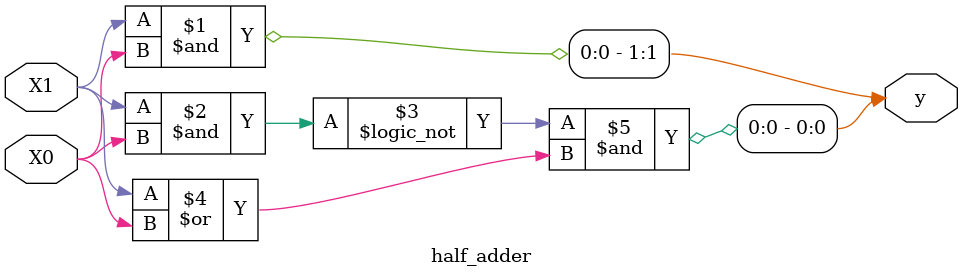
<source format=v>
module half_adder(
    input wire X1,
    input wire X0,
    output wire [1:0] y
);

    assign y[1] = X1 & X0;
    assign y[0] = (!(X1&X0) & (X1|X0));
endmodule
</source>
